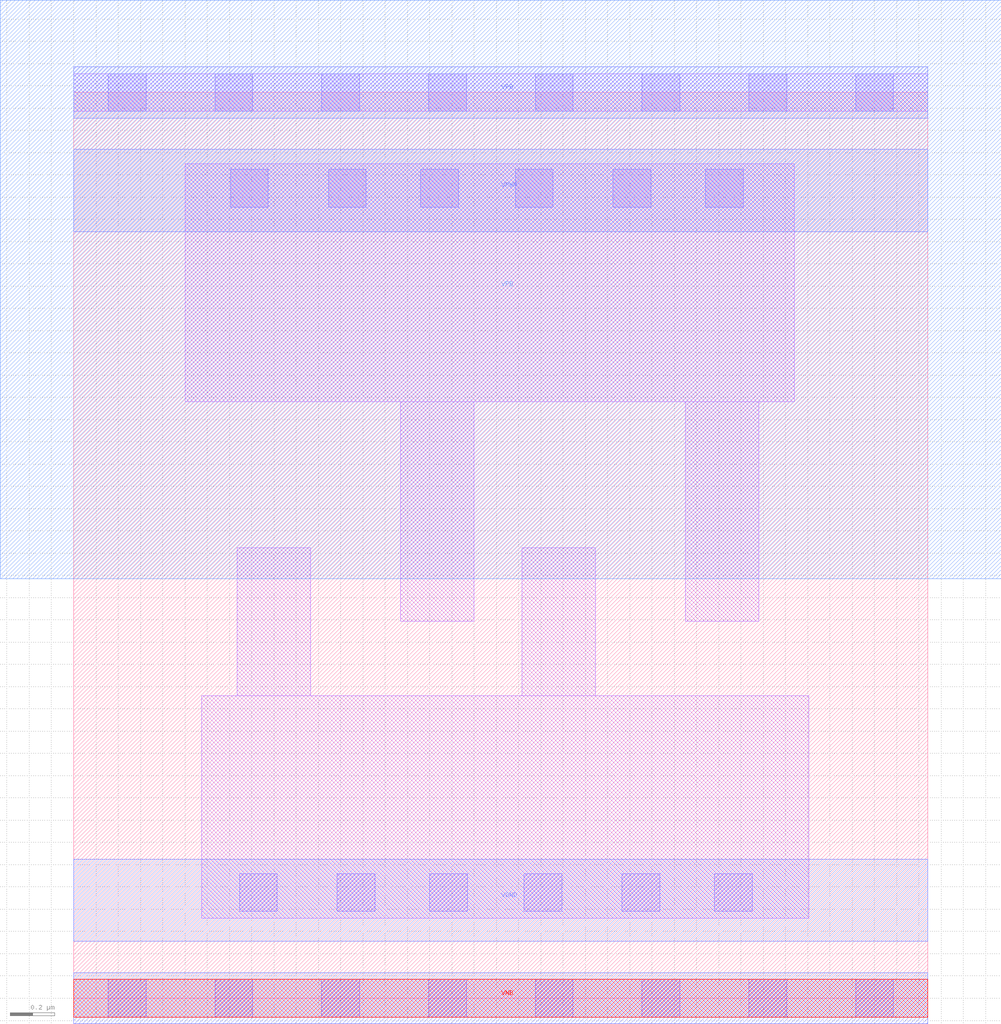
<source format=lef>
# Copyright 2020 The SkyWater PDK Authors
#
# Licensed under the Apache License, Version 2.0 (the "License");
# you may not use this file except in compliance with the License.
# You may obtain a copy of the License at
#
#     https://www.apache.org/licenses/LICENSE-2.0
#
# Unless required by applicable law or agreed to in writing, software
# distributed under the License is distributed on an "AS IS" BASIS,
# WITHOUT WARRANTIES OR CONDITIONS OF ANY KIND, either express or implied.
# See the License for the specific language governing permissions and
# limitations under the License.
#
# SPDX-License-Identifier: Apache-2.0

VERSION 5.7 ;
  NOWIREEXTENSIONATPIN ON ;
  DIVIDERCHAR "/" ;
  BUSBITCHARS "[]" ;
MACRO sky130_fd_sc_hvl__decap_8
  CLASS CORE ;
  FOREIGN sky130_fd_sc_hvl__decap_8 ;
  ORIGIN  0.000000  0.000000 ;
  SIZE  3.840000 BY  4.070000 ;
  SYMMETRY X Y ;
  SITE unithv ;
  PIN VGND
    DIRECTION INOUT ;
    USE GROUND ;
    PORT
      LAYER met1 ;
        RECT 0.000000 0.255000 3.840000 0.625000 ;
    END
  END VGND
  PIN VNB
    DIRECTION INOUT ;
    USE GROUND ;
    PORT
      LAYER met1 ;
        RECT 0.000000 -0.115000 3.840000 0.115000 ;
      LAYER pwell ;
        RECT 0.000000 -0.085000 3.840000 0.085000 ;
    END
  END VNB
  PIN VPB
    DIRECTION INOUT ;
    USE POWER ;
    PORT
      LAYER met1 ;
        RECT 0.000000 3.955000 3.840000 4.185000 ;
      LAYER nwell ;
        RECT -0.330000 1.885000 4.170000 4.485000 ;
    END
  END VPB
  PIN VPWR
    DIRECTION INOUT ;
    USE POWER ;
    PORT
      LAYER met1 ;
        RECT 0.000000 3.445000 3.840000 3.815000 ;
    END
  END VPWR
  OBS
    LAYER li1 ;
      RECT 0.000000 -0.085000 3.840000 0.085000 ;
      RECT 0.000000  3.985000 3.840000 4.155000 ;
      RECT 0.500000  2.680000 3.240000 3.750000 ;
      RECT 0.575000  0.360000 3.305000 1.360000 ;
      RECT 0.735000  1.360000 1.065000 2.025000 ;
      RECT 1.470000  1.695000 1.800000 2.680000 ;
      RECT 2.015000  1.360000 2.345000 2.025000 ;
      RECT 2.750000  1.695000 3.080000 2.680000 ;
    LAYER mcon ;
      RECT 0.155000 -0.085000 0.325000 0.085000 ;
      RECT 0.155000  3.985000 0.325000 4.155000 ;
      RECT 0.635000 -0.085000 0.805000 0.085000 ;
      RECT 0.635000  3.985000 0.805000 4.155000 ;
      RECT 0.705000  3.555000 0.875000 3.725000 ;
      RECT 0.745000  0.390000 0.915000 0.560000 ;
      RECT 1.115000 -0.085000 1.285000 0.085000 ;
      RECT 1.115000  3.985000 1.285000 4.155000 ;
      RECT 1.145000  3.555000 1.315000 3.725000 ;
      RECT 1.185000  0.390000 1.355000 0.560000 ;
      RECT 1.560000  3.555000 1.730000 3.725000 ;
      RECT 1.595000 -0.085000 1.765000 0.085000 ;
      RECT 1.595000  3.985000 1.765000 4.155000 ;
      RECT 1.600000  0.390000 1.770000 0.560000 ;
      RECT 1.985000  3.555000 2.155000 3.725000 ;
      RECT 2.025000  0.390000 2.195000 0.560000 ;
      RECT 2.075000 -0.085000 2.245000 0.085000 ;
      RECT 2.075000  3.985000 2.245000 4.155000 ;
      RECT 2.425000  3.555000 2.595000 3.725000 ;
      RECT 2.465000  0.390000 2.635000 0.560000 ;
      RECT 2.555000 -0.085000 2.725000 0.085000 ;
      RECT 2.555000  3.985000 2.725000 4.155000 ;
      RECT 2.840000  3.555000 3.010000 3.725000 ;
      RECT 2.880000  0.390000 3.050000 0.560000 ;
      RECT 3.035000 -0.085000 3.205000 0.085000 ;
      RECT 3.035000  3.985000 3.205000 4.155000 ;
      RECT 3.515000 -0.085000 3.685000 0.085000 ;
      RECT 3.515000  3.985000 3.685000 4.155000 ;
  END
END sky130_fd_sc_hvl__decap_8
END LIBRARY

</source>
